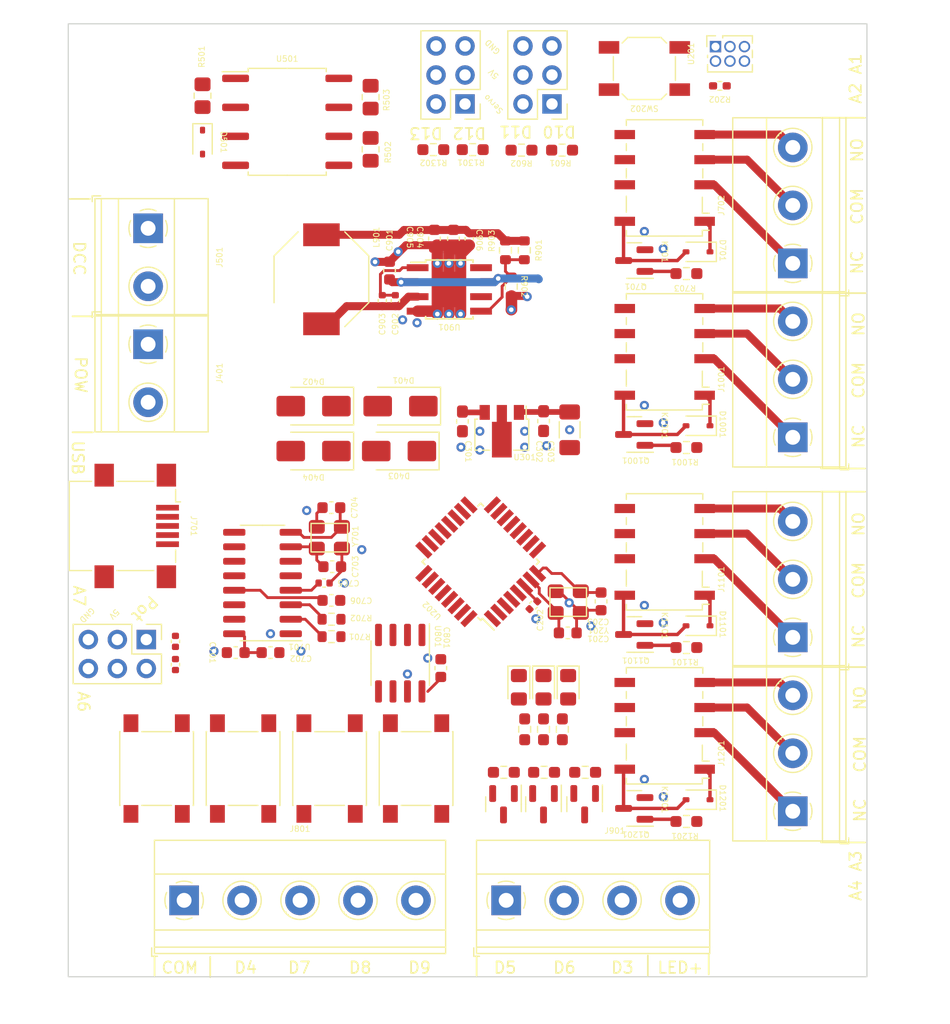
<source format=kicad_pcb>
(kicad_pcb (version 20221018) (generator pcbnew)
  (layers (0 "F.Cu" signal) (31 "B.Cu" signal) (34 "B.Paste" user) (35 "F.Paste" user) (36 "B.SilkS" user "B.Silkscreen") (37 "F.SilkS" user "F.Silkscreen") (38 "B.Mask" user) (39 "F.Mask" user) (44 "Edge.Cuts" user))
  (net 0 "")
  (net 1 "Net-(U901-BS)")
  (net 2 "Net-(U901-SW)")
  (net 3 "Net-(U901-FB)")
  (net 6 "GND")
  (net 8 "Net-(J701-D-)")
  (net 9 "Net-(J701-D+)")
  (net 11 "Net-(U701-XI)")
  (net 12 "Net-(U701-XO)")
  (net 13 "Net-(U701-V3)")
  (net 14 "Net-(U701-~{DTR})")
  (net 15 "Net-(U701-TXD)")
  (net 16 "Net-(U701-RXD)")
  (net 23 "/CPU/X1")
  (net 24 "+5V")
  (net 25 "/CPU/X2")
  (net 26 "VCC")
  (net 27 "/CPU/reset")
  (net 28 "Net-(D501-K)")
  (net 29 "Net-(U501-EN)")
  (net 30 "/CPU/A5")
  (net 31 "/CPU/A4")
  (net 33 "/reset")
  (net 34 "+5VA")
  (net 35 "/P2")
  (net 36 "/P1")
  (net 37 "Net-(D401-A)")
  (net 38 "Net-(D403-A)")
  (net 39 "Net-(D501-A)")
  (net 40 "Net-(D701-A)")
  (net 41 "Net-(D901-A)")
  (net 42 "Net-(D902-A)")
  (net 43 "Net-(D903-A)")
  (net 44 "Net-(D1001-A)")
  (net 45 "Net-(D1101-A)")
  (net 46 "Net-(D1201-A)")
  (net 47 "/S1")
  (net 48 "/S2")
  (net 49 "Net-(J702-Pin_1)")
  (net 50 "Net-(J702-Pin_2)")
  (net 51 "Net-(J702-Pin_3)")
  (net 52 "Net-(J1001-Pin_1)")
  (net 53 "Net-(J1001-Pin_2)")
  (net 54 "Net-(J1001-Pin_3)")
  (net 55 "Net-(J1101-Pin_1)")
  (net 56 "Net-(J1101-Pin_2)")
  (net 57 "Net-(J1101-Pin_3)")
  (net 58 "Net-(J1201-Pin_1)")
  (net 59 "Net-(J1201-Pin_2)")
  (net 60 "Net-(J1201-Pin_3)")
  (net 61 "/S3")
  (net 62 "/S4")
  (net 75 "Net-(Q701-B)")
  (net 76 "Net-(Q901-B)")
  (net 77 "Net-(Q902-B)")
  (net 78 "Net-(J901-Pin_2)")
  (net 79 "Net-(Q903-B)")
  (net 80 "Net-(J901-Pin_1)")
  (net 81 "Net-(Q1001-B)")
  (net 82 "Net-(Q1101-B)")
  (net 83 "Net-(Q1201-B)")
  (net 84 "/DCC")
  (net 85 "/Rx")
  (net 86 "/Tx")
  (net 87 "/R1")
  (net 88 "/L1")
  (net 89 "/L2")
  (net 90 "/L3")
  (net 91 "/R2")
  (net 92 "/R3")
  (net 93 "/R4")
  (net 94 "/SW1")
  (net 95 "/SW2")
  (net 96 "/SW3")
  (net 97 "/SW4")
  (net 98 "/eeprom/SDA")
  (net 99 "/eeprom/SCL")
  (net 100 "Net-(J501-Pin_1)")
  (net 101 "Net-(J901-Pin_3)")
  (footprint "custom_kicad_lib_sk:tactile_SMD_6mm" (layer "F.Cu") (at 174.244 143.256 -90)
    (fp_text reference "SW804" hide)
    (fp_text value "SW_Push")
  )
  (footprint "Resistor_SMD:R_0603_1608Metric" (layer "F.Cu") (at 204.818 97.846 90)
    (fp_text reference "R903")
    (fp_text value "150k")
  )
  (footprint "Package_TO_SOT_SMD:SOT-23" (layer "F.Cu") (at 216.106 146.751 180)
    (fp_text reference "Q1201")
    (fp_text value "NPN_TOR")
  )
  (footprint "Relay_SMD:Relay_DPDT_Omron_G6K-2F-Y" (layer "F.Cu") (at 218.773 106.746 180)
    (fp_text reference "K1001")
    (fp_text value "G6K-2F-Y-TR DC5")
  )
  (footprint "Diode_SMD:D_SMA" (layer "F.Cu") (at 188 115.437 180)
    (fp_text reference "D404")
    (fp_text value "SS53")
  )
  (footprint "Capacitor_SMD:C_0603_1608Metric" (layer "F.Cu") (at 181.177 133.096 180)
    (fp_text reference "C701")
    (fp_text value "10uF")
  )
  (footprint "MountingHole:MountingHole_3.2mm_M3" (layer "F.Cu") (at 170 158)
    (fp_text reference "REF**" hide)
    (fp_text value "MountingHole_3.2mm_M3")
  )
  (footprint "Resistor_SMD:R_0603_1608Metric" (layer "F.Cu") (at 206.469 97.846 -90)
    (fp_text reference "R901")
    (fp_text value "220k")
  )
  (footprint "Package_TO_SOT_SMD:SOT-23" (layer "F.Cu") (at 208.153 146.3825 -90)
    (fp_text reference "Q902" hide)
    (fp_text value "NPN_TOR")
  )
  (footprint "Capacitor_SMD:C_0603_1608Metric_Pad1.08x0.95mm_HandSolder" (layer "F.Cu") (at 201.047 112.8385 -90)
    (fp_text reference "C301")
    (fp_text value "330nF")
  )
  (footprint "Diode_SMD:D_SOD-323" (layer "F.Cu") (at 178.268 88.365 -90)
    (fp_text reference "D501")
    (fp_text value "1N4148WS")
  )
  (footprint "Connector_PinHeader_2.54mm:PinHeader_2x03_P2.54mm_Vertical" (layer "F.Cu") (at 208.895 85.025 180)
    (fp_text reference "J601" hide)
    (fp_text value "Conn_02x03_Odd_Even")
  )
  (footprint "Package_SO:TI_SO-PowerPAD-8" (layer "F.Cu") (at 199.8975 101.275)
    (fp_text reference "U901")
    (fp_text value "MT2499A")
  )
  (footprint "MountingHole:MountingHole_3.2mm_M3" (layer "F.Cu") (at 232 81.5)
    (fp_text reference "REF**" hide)
    (fp_text value "MountingHole_3.2mm_M3")
  )
  (footprint "Connector_USB:USB_Mini-B_Lumberg_2486_01_Horizontal" (layer "F.Cu") (at 172.5 122 -90)
    (fp_text reference "J701")
    (fp_text value "USB_B_Mini")
  )
  (footprint "custom_kicad_lib_sk:tactile_SMD_6mm" (layer "F.Cu") (at 196.984 143.256 -90)
    (fp_text reference "SW801" hide)
    (fp_text value "SW_Push")
  )
  (footprint "Resistor_SMD:R_0603_1608Metric" (layer "F.Cu") (at 205.326 101.021 -90)
    (fp_text reference "R902")
    (fp_text value "20k")
  )
  (footprint "custom_kicad_lib_sk:R_0603_smalltext" (layer "F.Cu") (at 206.2245 89.07)
    (fp_text reference "R602")
    (fp_text value "10k")
  )
  (footprint "TerminalBlock_Phoenix:TerminalBlock_Phoenix_MKDS-1,5-2-5.08_1x02_P5.08mm_Horizontal" (layer "F.Cu") (at 173.5 106.08 -90)
    (fp_text reference "J401")
    (fp_text value "Screw_Terminal_01x02")
  )
  (footprint "Capacitor_SMD:C_0402_1005Metric" (layer "F.Cu") (at 194.023 102.263 -90)
    (fp_text reference "C903")
    (fp_text value "22nF")
  )
  (footprint "TerminalBlock_Phoenix:TerminalBlock_Phoenix_MKDS-1,5-3-5.08_1x03_P5.08mm_Horizontal" (layer "F.Cu") (at 230 114.234 90)
    (fp_text reference "J1001")
    (fp_text value "Screw_Terminal_01x03")
  )
  (footprint "Relay_SMD:Relay_DPDT_Omron_G6K-2F-Y" (layer "F.Cu") (at 218.773 139.512 180)
    (fp_text reference "K1201")
    (fp_text value "G6K-2F-Y-TR DC5")
  )
  (footprint "Diode_SMD:D_SOD-323" (layer "F.Cu") (at 221.694 113.223 180)
    (fp_text reference "D1001")
    (fp_text value "1N4148WS")
  )
  (footprint "Diode_SMD:D_SOD-323" (layer "F.Cu") (at 221.694 97.983 180)
    (fp_text reference "D701")
    (fp_text value "1N4148WS")
  )
  (footprint "Package_SO:SOIC-16_3.9x9.9mm_P1.27mm" (layer "F.Cu") (at 183.525 127 180)
    (fp_text reference "U701")
    (fp_text value "CH340G")
  )
  (footprint "TerminalBlock_Phoenix:TerminalBlock_Phoenix_MKDS-1,5-3-5.08_1x03_P5.08mm_Horizontal" (layer "F.Cu") (at 230 131.76 90)
    (fp_text reference "J1101")
    (fp_text value "Screw_Terminal_01x03")
  )
  (footprint "Capacitor_SMD:C_0603_1608Metric_Pad1.08x0.95mm_HandSolder" (layer "F.Cu") (at 208.159 112.812 -90)
    (fp_text reference "C302")
    (fp_text value "100nF")
  )
  (footprint "Connector_PinHeader_2.54mm:PinHeader_2x03_P2.54mm_Vertical" (layer "F.Cu") (at 201.275 85.025 180)
    (fp_text reference "J1301" hide)
    (fp_text value "Conn_02x03_Odd_Even")
  )
  (footprint "custom_kicad_lib_sk:crystal_arduino" (layer "F.Cu") (at 189.432 122.809)
    (fp_text reference "Y701")
    (fp_text value "Crystal")
  )
  (footprint "custom_kicad_lib_sk:R_0603_smalltext" (layer "F.Cu") (at 208.153 139.818 -90)
    (fp_text reference "R908" hide)
    (fp_text value "3k3")
  )
  (footprint "Capacitor_SMD:C_0603_1608Metric" (layer "F.Cu") (at 200.261 96.83 -90)
    (fp_text reference "C904")
    (fp_text value "22uF")
  )
  (footprint "Package_TO_SOT_SMD:SOT-23" (layer "F.Cu") (at 211.758 146.38 -90)
    (fp_text reference "Q901" hide)
    (fp_text value "NPN_TOR")
  )
  (footprint "Capacitor_SMD:C_0603_1608Metric" (layer "F.Cu") (at 189.559 120.396 180)
    (fp_text reference "C704")
    (fp_text value "22pF")
  )
  (footprint "Package_QFP:TQFP-32_7x7mm_P0.8mm" (layer "F.Cu") (at 202.646268 125.139268 135)
    (fp_text reference "U202")
    (fp_text value "ATmega328-A")
  )
  (footprint "MountingHole:MountingHole_3.2mm_M3" (layer "F.Cu") (at 170 81.5)
    (fp_text reference "REF**" hide)
    (fp_text value "MountingHole_3.2mm_M3")
  )
  (footprint "Connector_PinSocket_1.27mm:PinSocket_2x03_P1.27mm_Vertical" (layer "F.Cu") (at 223.225 80 90)
    (fp_text reference "U201")
    (fp_text value "HEADER_3x2")
  )
  (footprint "TerminalBlock_Phoenix:TerminalBlock_Phoenix_MKDS-1,5-4-5.08_1x04_P5.08mm_Horizontal" (layer "F.Cu") (at 204.88 154.805)
    (fp_text reference "J901")
    (fp_text value "Screw_Terminal_01x04")
  )
  (footprint "custom_kicad_lib_sk:crystal_arduino" (layer "F.Cu") (at 210.369268 128.450268)
    (fp_text reference "Y201")
    (fp_text value "Crystal_GND2")
  )
  (footprint "Resistor_SMD:R_0402_1005Metric_Pad0.72x0.64mm_HandSolder" (layer "F.Cu") (at 223.611 83.439 180)
    (fp_text reference "R202")
    (fp_text value "10k")
  )
  (footprint "Resistor_SMD:R_0805_2012Metric_Pad1.20x1.40mm_HandSolder" (layer "F.Cu") (at 178.268 84.301 90)
    (fp_text reference "R501")
    (fp_text value "1k")
  )
  (footprint "Capacitor_SMD:C_0402_1005Metric" (layer "F.Cu") (at 201.643 96.832 -90)
    (fp_text reference "C906")
    (fp_text value "100nF")
  )
  (footprint "LED_SMD:LED_0805_2012Metric_Pad1.15x1.40mm_HandSolder" (layer "F.Cu") (at 208.153 136.135 -90)
    (fp_text reference "D902" hide)
    (fp_text value "LED")
  )
  (footprint "Package_TO_SOT_SMD:SOT-23" (layer "F.Cu") (at 204.646 146.3825 -90)
    (fp_text reference "Q903" hide)
    (fp_text value "NPN_TOR")
  )
  (footprint "custom_kicad_lib_sk:R_0603_smalltext" (layer "F.Cu") (at 220.678 147.893999 180)
    (fp_text reference "R1201")
    (fp_text value "1k")
  )
  (footprint "Capacitor_SMD:C_0402_1005Metric" (layer "F.Cu") (at 175.895 132.113 90)
    (fp_text reference "C1401" hide)
    (fp_text value "100nF")
  )
  (footprint "Capacitor_SMD:C_0402_1005Metric" (layer "F.Cu") (at 175.895 134.145 90)
    (fp_text reference "C1402" hide)
    (fp_text value "100nF")
  )
  (footprint "TerminalBlock_Phoenix:TerminalBlock_Phoenix_MKDS-1,5-3-5.08_1x03_P5.08mm_Horizontal" (layer "F.Cu") (at 230 147 90)
    (fp_text reference "J1201")
    (fp_text value "Screw_Terminal_01x03")
  )
  (footprint "Package_TO_SOT_SMD:SOT-23" (layer "F.Cu") (at 216.106 131.511 180)
    (fp_text reference "Q1101")
    (fp_text value "NPN_TOR")
  )
  (footprint "Resistor_SMD:R_0603_1608Metric" (layer "F.Cu") (at 189.572 131.699)
    (fp_text reference "R701")
    (fp_text value "1k")
  )
  (footprint "Capacitor_SMD:C_0603_1608Metric" (layer "F.Cu") (at 213.197268 128.609268 90)
    (fp_text reference "C203")
    (fp_text value "12pF")
  )
  (footprint "Capacitor_SMD:C_0603_1608Metric" (layer "F.Cu") (at 189.559 128.524)
    (fp_text reference "C706")
    (fp_text value "100nF")
  )
  (footprint "custom_kicad_lib_sk:R_0603_smalltext" (layer "F.Cu") (at 220.678 99.887999 180)
    (fp_text reference "R703")
    (fp_text value "1k")
  )
  (footprint "TerminalBlock_Phoenix:TerminalBlock_Phoenix_MKDS-1,5-5-5.08_1x05_P5.08mm_Horizontal" (layer "F.Cu") (at 176.654 154.805)
    (fp_text reference "J801")
    (fp_text value "Screw_Terminal_01x05")
  )
  (footprint "Capacitor_SMD:C_0603_1608Metric" (layer "F.Cu") (at 198.595 96.83 -90)
    (fp_text reference "C905")
    (fp_text value "22uF")
  )
  (footprint "Diode_SMD:D_SOD-323" (layer "F.Cu") (at 221.694 145.989 180)
    (fp_text reference "D1201")
    (fp_text value "1N4148WS")
  )
  (footprint "Package_TO_SOT_SMD:SOT-23" (layer "F.Cu") (at 216.106 113.985 180)
    (fp_text reference "Q1001")
    (fp_text value "NPN_TOR")
  )
  (footprint "custom_kicad_lib_sk:R_0603_smalltext" (layer "F.Cu") (at 220.678 132.654 180)
    (fp_text reference "R1101")
    (fp_text value "1k")
  )
  (footprint "MountingHole:MountingHole_3.2mm_M3" (layer "F.Cu") (at 232 158)
    (fp_text reference "REF**" hide)
    (fp_text value "MountingHole_3.2mm_M3")
  )
  (footprint "custom_kicad_lib_sk:R_0603_smalltext" (layer "F.Cu") (at 209.804 139.818 -90)
    (fp_text reference "R907" hide)
    (fp_text value "3k3")
  )
  (footprint "Capacitor_SMD:C_0603_1608Metric" (layer "F.Cu") (at 189.636 125.569)
    (fp_text reference "C703")
    (fp_text value "22pF")
  )
  (footprint "custom_kicad_lib_sk:R_0603_smalltext" (layer "F.Cu") (at 204.6765 143.586 180)
    (fp_text reference "R906" hide)
    (fp_text value "1k")
  )
  (footprint "Capacitor_SMD:C_0603_1608Metric" (layer "F.Cu") (at 184.225 133.096)
    (fp_text reference "C702")
    (fp_text value "100nF")
  )
  (footprint "custom_kicad_lib_sk:tactile_SMD_6mm" (layer "F.Cu") (at 181.824 143.256 -90)
    (fp_text reference "SW803" hide)
    (fp_text value "SW_Push")
  )
  (footprint "Diode_SMD:D_SMA" (layer "F.Cu") (at 188 111.5 180)
    (fp_text reference "D402")
    (fp_text value "SS53")
  )
  (footprint "custom_kicad_lib_sk:R_0603_smalltext" (layer "F.Cu") (at 211.802 143.586 180)
    (fp_text reference "R904" hide)
    (fp_text value "1k")
  )
  (footprint "custom_kicad_lib_sk:R_0603_smalltext" (layer "F.Cu") (at 201.945 89.027 180)
    (fp_text reference "R1301")
    (fp_text value "10k")
  )
  (footprint "Inductor_SMD:L_Bourns-SRU8028_8.0x8.0mm" (layer "F.Cu") (at 188.689 100.386 90)
    (fp_text reference "L901")
    (fp_text value "L")
  )
  (footprint "Relay_SMD:Relay_DPDT_Omron_G6K-2F-Y" (layer "F.Cu") (at 218.773 124.272 180)
    (fp_text reference "K1101")
    (fp_text value "G6K-2F-Y-TR DC5")
  )
  (footprint "LED_SMD:LED_0805_2012Metric_Pad1.15x1.40mm_HandSolder" (layer "F.Cu") (at 205.994 136.135 -90)
    (fp_text reference "D903" hide)
    (fp_text value "LED")
  )
  (footprint "Package_TO_SOT_SMD:SOT-89-3" (layer "F.Cu") (at 204.5 114 -90)
    (fp_text reference "U301")
    (fp_text value "L78L05_SOT89")
  )
  (footprint "Capacitor_SMD:C_0402_1005Metric" (layer "F.Cu") (at 195.166 102.263 -90)
    (fp_text reference "C902")
    (fp_text value "100nF")
  )
  (footprint "Capacitor_SMD:C_0603_1608Metric" (layer "F.Cu") (at 210.276268 131.371268 180)
    (fp_text reference "C201")
    (fp_text value "12pF")
  )
  (footprint "Capacitor_SMD:C_0402_1005Metric" (layer "F.Cu") (at 207.269857 128.948679 -135)
    (fp_text reference "C202")
    (fp_text value "100nF")
  )
  (footprint "TerminalBlock_Phoenix:TerminalBlock_Phoenix_MKDS-1,5-3-5.08_1x03_P5.08mm_Horizontal" (layer "F.Cu") (at 230 98.994 90)
    (fp_text reference "J702")
    (fp_text value "Screw_Terminal_01x03")
  )
  (footprint "Resistor_SMD:R_0805_2012Metric_Pad1.20x1.40mm_HandSolder" (layer "F.Cu") (at 193 89 90)
    (fp_text reference "R503")
    (fp_text value "10k")
  )
  (footprint "custom_kicad_lib_sk:R_0603_smalltext" (layer "F.Cu") (at 220.678 115.127999 180)
    (fp_text reference "R1001")
    (fp_text value "1k")
  )
  (footprint "LED_SMD:LED_0805_2012Metric_Pad1.15x1.40mm_HandSolder" (layer "F.Cu") (at 210.312 136.135 -90)
    (fp_text reference "D901" hide)
    (fp_text value "LED")
  )
  (footprint "Resistor_SMD:R_0603_1608Metric" (layer "F.Cu") (at 189.572 130.175 180)
    (fp_text reference "R702")
    (fp_text value "1k")
  )
  (footprint "Diode_SMD:D_SOD-323" (layer "F.Cu") (at 221.694 130.749 180)
    (fp_text reference "D1101")
    (fp_text value "1N4148WS")
  )
  (footprint "custom_kicad_lib_sk:R_0603_smalltext" (layer "F.Cu") (at 209.7805 89.07 180)
    (fp_text reference "R601")
    (fp_text value "10k")
  )
  (footprint "Capacitor_SMD:C_0603_1608Metric" (layer "F.Cu") (at 194.658 99.624 90)
    (fp_text reference "C901")
    (fp_text value "22uF")
  )
  (footprint "custom_kicad_lib_sk:default_switch" (layer "F.Cu") (at 216.993 81.916)
    (fp_text reference "SW202")
    (fp_text value "default_switch")
  )
  (footprint "TerminalBlock_Phoenix:TerminalBlock_Phoenix_MKDS-1,5-2-5.08_1x02_P5.08mm_Horizontal" (layer "F.Cu") (at 173.5 95.92 -90)
    (fp_text reference "J501")
    (fp_text value "Screw_Terminal_01x02")
  )
  (footprint "Package_TO_SOT_SMD:SOT-23" (layer "F.Cu") (at 216.106 98.745 180)
    (fp_text reference "Q701")
    (fp_text value "NPN_TOR")
  )
  (footprint "Diode_SMD:D_SMA" (layer "F.Cu") (at 195.62 111.5 180)
    (fp_text reference "D401")
    (fp_text value "SS53")
  )
  (footprint "Capacitor_SMD:C_0402_1005Metric" (layer "F.Cu") (at 188.924 127 180)
    (fp_text reference "C705")
    (fp_text value "100nF")
  )
  (footprint "custom_kicad_lib_sk:R_0603_smalltext" (layer "F.Cu") (at 198.4925 89.027)
    (fp_text reference "R1302")
    (fp_text value "10k")
  )
  (footprint "Capacitor_SMD:C_0603_1608Metric" (layer "F.Cu") (at 199.151 134.455 -90)
    (fp_text reference "C801")
    (fp_text value "100nF")
  )
  (footprint "Relay_SMD:Relay_DPDT_Omron_G6K-2F-Y" (layer "F.Cu") (at 218.773 91.506 180)
    (fp_text reference "K701")
    (fp_text value "G6K-2F-Y-TR DC5")
  )
  (footprint "custom_kicad_lib_sk:tactile_SMD_6mm" (layer "F.Cu") (at 189.404 143.256 -90)
    (fp_text reference "SW802" hide)
    (fp_text value "SW_Push")
  )
  (footprint "custom_kicad_lib_sk:R_0603_smalltext" (layer "F.Cu") (at 206.502 139.818 -90)
    (fp_text reference "R909" hide)
    (fp_text value "3k3")
  )
  (footprint "Capacitor_SMD:C_1206_3216Metric_Pad1.33x1.80mm_HandSolder" (layer "F.Cu") (at 210.445 113.574 -90)
    (fp_text reference "C303")
    (fp_text value "100uF")
  )
  (footprint "Connector_PinHeader_2.54mm:PinHeader_2x03_P2.54mm_Vertical" (layer "F.Cu") (at 173.34 131.953 -90)
    (fp_text reference "J1401" hide)
    (fp_text value "Conn_02x03_Odd_Even")
  )
  (footprint "Resistor_SMD:R_0805_2012Metric_Pad1.20x1.40mm_HandSolder" (layer "F.Cu") (at 193 84.428 -90)
    (fp_text reference "R502")
    (fp_text value "10k")
  )
  (footprint "Diode_SMD:D_SMA" (layer "F.Cu") (at 195.493 115.437 180)
    (fp_text reference "D403")
    (fp_text value "SS53")
  )
  (footprint "Package_SO:SOP-8_6.62x9.15mm_P2.54mm" (layer "F.Cu") (at 185.69 86.589)
    (fp_text reference "U501")
    (fp_text value "6N137")
  )
  (footprint "Package_SO:SOIC-8_3.9x4.9mm_P1.27mm" (layer "F.Cu") (at 195.595 134.025 -90)
    (fp_text reference "U801")
    (fp_text value "24LC256")
  )
  (footprint "custom_kicad_lib_sk:R_0603_smalltext" (layer "F.Cu") (at 208.202 143.586 180)
    (fp_text reference "R905" hide)
    (fp_text value "1k")
  )
  (gr_line (start 236.474 134.366) (end 232.6 134.36) (stroke (width 0.15)) (layer "F.SilkS"))
  (gr_line (start 236.347 149.733) (end 232.473 149.727) (stroke (width 0.15)) (layer "F.SilkS"))
  (gr_line (start 236.347 116.967) (end 232.473 116.961) (stroke (width 0.15)) (layer "F.SilkS"))
  (gr_line (start 222.631 161.29) (end 222.631 159.512) (stroke (width 0.15)) (layer "F.SilkS"))
  (gr_line (start 168.656 103.632) (end 166.878 103.632) (stroke (width 0.15)) (layer "F.SilkS"))
  (gr_line (start 168.402 93.345) (end 166.624 93.345) (stroke (width 0.15)) (layer "F.SilkS"))
  (gr_line (start 202.29 161.483) (end 202.29 159.705) (stroke (width 0.15)) (layer "F.SilkS"))
  (gr_line (start 236.347 86.233) (end 232.473 86.227) (stroke (width 0.15)) (layer "F.SilkS"))
  (gr_line (start 168.656 113.792) (end 166.878 113.792) (stroke (width 0.15)) (layer "F.SilkS"))
  (gr_line (start 236.474 101.6) (end 232.6 101.594) (stroke (width 0.15)) (layer "F.SilkS"))
  (gr_line (start 236.347 118.999) (end 232.473 118.993) (stroke (width 0.15)) (layer "F.SilkS"))
  (gr_line (start 217.297 161.417) (end 217.297 159.639) (stroke (width 0.15)) (layer "F.SilkS"))
  (gr_line (start 178.943 161.544) (end 178.943 159.766) (stroke (width 0.15)) (layer "F.SilkS"))
  (gr_line (start 174.064 161.483) (end 174.064 159.705) (stroke (width 0.15)) (layer "F.SilkS"))
  (gr_rect (start 166.5 78) (end 236.5 161.5) (stroke (width 0.1)) (fill none) (layer "Edge.Cuts"))
  (gr_text "DCC" (at 166.878 98.552 270) (layer "F.SilkS") (effects (font (size 1 1)) (justify bottom)))
  (gr_text "A7" (at 166.878 127.127 270) (layer "F.SilkS") (effects (font (size 1 1)) (justify left bottom)))
  (gr_text "Pot" (at 173.736 127.889 225) (layer "F.SilkS") (effects (font (size 1 1)) (justify left bottom)))
  (gr_text "D13" (at 199.39 86.995 180) (layer "F.SilkS") (effects (font (size 1 1)) (justify left bottom)))
  (gr_text "LED+" (at 218.059 161.29) (layer "F.SilkS") (effects (font (size 1 1)) (justify left bottom)))
  (gr_text "Servo\n" (at 204.724 85.598 135) (layer "F.SilkS") (effects (font (size 0.5 0.5) (thickness 0.075)) (justify left bottom)))
  (gr_text "A4 A3" (at 236.093 154.94 90) (layer "F.SilkS") (effects (font (size 1 1)) (justify left bottom)))
  (gr_text "D6" (at 208.915 161.29) (layer "F.SilkS") (effects (font (size 1 1)) (justify left bottom)))
  (gr_text "D9" (at 196.215 161.29) (layer "F.SilkS") (effects (font (size 1 1)) (justify left bottom)))
  (gr_text "A2 A1" (at 236.093 85.09 90) (layer "F.SilkS") (effects (font (size 1 1)) (justify left bottom)))
  (gr_text "D7" (at 185.674 161.29) (layer "F.SilkS") (effects (font (size 1 1)) (justify left bottom)))
  (gr_text "GND" (at 204.47 80.391 135) (layer "F.SilkS") (effects (font (size 0.5 0.5) (thickness 0.075)) (justify left bottom)))
  (gr_text "D11" (at 207.264 86.868 180) (layer "F.SilkS") (effects (font (size 1 1)) (justify left bottom)))
  (gr_text "D4" (at 180.975 161.29) (layer "F.SilkS") (effects (font (size 1 1)) (justify left bottom)))
  (gr_text "D10" (at 211.074 86.868 180) (layer "F.SilkS") (effects (font (size 1 1)) (justify left bottom)))
  (gr_text "POW" (at 167.005 107.061 270) (layer "F.SilkS") (effects (font (size 1 1)) (justify left bottom)))
  (gr_text "5V" (at 204.343 82.55 135) (layer "F.SilkS") (effects (font (size 0.5 0.5) (thickness 0.075)) (justify left bottom)))
  (gr_text "GND" (at 168.514 129.032 -135) (layer "F.SilkS") (effects (font (size 0.5 0.5) (thickness 0.075)) (justify left bottom)))
  (gr_text "5V" (at 170.673 129.159 -135) (layer "F.SilkS") (effects (font (size 0.5 0.5) (thickness 0.075)) (justify left bottom)))
  (gr_text "NC   COM   NO" (at 236.347 126.746 90) (layer "F.SilkS") (effects (font (size 1 1)) (justify bottom)))
  (gr_text "NC   COM   NO" (at 236.347 109.22 90) (layer "F.SilkS") (effects (font (size 1 1)) (justify bottom)))
  (gr_text "A6" (at 167.259 136.398 270) (layer "F.SilkS") (effects (font (size 1 1)) (justify left bottom)))
  (gr_text "NC   COM   NO" (at 236.474 141.986 90) (layer "F.SilkS") (effects (font (size 1 1)) (justify bottom)))
  (gr_text "COM" (at 176.276 161.29) (layer "F.SilkS") (effects (font (size 1 1)) (justify bottom)))
  (gr_text "D3" (at 213.995 161.29) (layer "F.SilkS") (effects (font (size 1 1)) (justify left bottom)))
  (gr_text "D8" (at 191.008 161.29) (layer "F.SilkS") (effects (font (size 1 1)) (justify left bottom)))
  (gr_text "D12\n" (at 203.2 86.995 180) (layer "F.SilkS") (effects (font (size 1 1)) (justify left bottom)))
  (gr_text "D5" (at 203.708 161.29) (layer "F.SilkS") (effects (font (size 1 1)) (justify left bottom)))
  (gr_text "USB" (at 166.751 114.427 270) (layer "F.SilkS") (effects (font (size 1 1)) (justify left bottom)))
  (gr_text "NC   COM   NO" (at 236.22 93.98 90) (layer "F.SilkS") (effects (font (size 1 1)) (justify bottom)))
  (via (at 190.702 127) (size 0.8) (drill 0.4) (layers "F.Cu" "B.Cu") (net 0))
  (via (at 192.226 124.079) (size 0.8) (drill 0.4) (layers "F.Cu" "B.Cu") (net 0))
  (via (at 187.4 120.65) (size 0.8) (drill 0.4) (layers "F.Cu" "B.Cu") (net 0))
  (via (at 179.272 132.969) (size 0.8) (drill 0.4) (layers "F.Cu" "B.Cu") (net 0))
  (via (at 184.225 131.445) (size 0.8) (drill 0.4) (layers "F.Cu" "B.Cu") (net 0))
  (segment (start 194.023 101.783) (end 195.166 101.783) (width 0.25) (layer "F.Cu") (net 1))
  (segment (start 193.858 99.946183) (end 194.180183 99.624) (width 0.25) (layer "F.Cu") (net 1))
  (segment (start 195.801 99.37) (end 195.547 99.624) (width 0.25) (layer "F.Cu") (net 1))
  (segment (start 197.1175 99.37) (end 195.801 99.37) (width 0.25) (layer "F.Cu") (net 1))
  (segment (start 194.180183 99.624) (end 195.547 99.624) (width 0.25) (layer "F.Cu") (net 1))
  (segment (start 193.858 101.618) (end 193.858 99.946183) (width 0.25) (layer "F.Cu") (net 1))
  (segment (start 194.023 101.783) (end 193.858 101.618) (width 0.25) (layer "F.Cu") (net 1))
  (segment (start 195.491807 102.743) (end 195.166 102.743) (width 0.7) (layer "F.Cu") (net 2))
  (segment (start 190.904 102.743) (end 189.361 104.286) (width 0.7) (layer "F.Cu") (net 2))
  (segment (start 196.324807 101.91) (end 195.491807 102.743) (width 0.7) (layer "F.Cu") (net 2))
  (segment (start 197.1175 101.91) (end 196.324807 101.91) (width 0.7) (layer "F.Cu") (net 2))
  (segment (start 189.361 104.286) (end 188.689 104.286) (width 0.7) (layer "F.Cu") (net 2))
  (segment (start 194.023 102.743) (end 190.904 102.743) (width 0.7) (layer "F.Cu") (net 2))
  (segment (start 195.166 102.743) (end 194.023 102.743) (width 0.7) (layer "F.Cu") (net 2))
  (segment (start 205.326 100.196) (end 204.526 100.996) (width 0.25) (layer "F.Cu") (net 3))
  (segment (start 204.818 98.671) (end 206.469 98.671) (width 0.25) (layer "F.Cu") (net 3))
  (segment (start 204.526 100.996) (end 204.526 101.948) (width 0.25) (layer "F.Cu") (net 3))
  (segment (start 204.818 98.671) (end 204.818 99.688) (width 0.25) (layer "F.Cu") (net 3))
  (segment (start 204.526 101.948) (end 203.294 103.18) (width 0.25) (layer "F.Cu") (net 3))
  (segment (start 204.818 99.688) (end 205.326 100.196) (width 0.25) (layer "F.Cu") (net 3))
  (segment (start 203.294 103.18) (end 202.6775 103.18) (width 0.25) (layer "F.Cu") (net 3))
  (segment (start 200.881 103.434) (end 200.881 98.989) (width 1) (layer "F.Cu") (net 6))
  (segment (start 209.519268 127.720268) (end 210.403268 128.604268) (width 0.25) (layer "F.Cu") (net 6))
  (segment (start 198.595 103.18) (end 198.849 103.434) (width 1) (layer "F.Cu") (net 6))
  (segment (start 198.849 103.434) (end 198.849 98.989) (width 1) (layer "F.Cu") (net 6))
  (segment (start 188.282 120.898) (end 188.784 120.396) (width 0.25) (layer "F.Cu") (net 6))
  (segment (start 205.326 101.846) (end 206.659 101.846) (width 0.7) (layer "F.Cu") (net 6))
  (segment (start 198.849 97.859) (end 198.595 97.605) (width 1) (layer "F.Cu") (net 6))
  (segment (start 213.197268 129.384268) (end 211.655268 129.384268) (width 0.25) (layer "F.Cu") (net 6))
  (segment (start 196.105 97.402) (end 199.484 97.402) (width 0.7) (layer "F.Cu") (net 6))
  (segment (start 198.595 97.605) (end 198.798 97.402) (width 1) (layer "F.Cu") (net 6))
  (segment (start 211.655268 129.384268) (end 211.419268 129.620268) (width 0.25) (layer "F.Cu") (net 6))
  (segment (start 201.643 97.402) (end 200.881 98.164) (width 1) (layer "F.Cu") (net 6))
  (segment (start 209.219268 127.720268) (end 209.519268 127.720268) (width 0.25) (layer "F.Cu") (net 6))
  (segment (start 205.351 103.028) (end 205.351 101.846) (width 1) (layer "F.Cu") (net 6))
  (segment (start 199.865 98.989) (end 199.865 103.434) (width 1) (layer "F.Cu") (net 6))
  (segment (start 211.051268 129.988268) (end 211.419268 129.620268) (width 0.25) (layer "F.Cu") (net 6))
  (segment (start 193.388 98.862) (end 194.645 98.862) (width 0.7) (layer "F.Cu") (net 6))
  (segment (start 199.865 98.989) (end 199.865 98.001) (width 1) (layer "F.Cu") (net 6))
  (segment (start 210.403268 128.604268) (end 210.403268 128.736268) (width 0.25) (layer "F.Cu") (net 6))
  (segment (start 194.658 98.849) (end 196.105 97.402) (width 0.7) (layer "F.Cu") (net 6))
  (segment (start 199.865 98.001) (end 200.261 97.605) (width 1) (layer "F.Cu") (net 6))
  (segment (start 210.535268 128.736268) (end 211.419268 129.620268) (width 0.25) (layer "F.Cu") (net 6))
  (segment (start 200.881 98.164) (end 200.881 98.989) (width 1) (layer "F.Cu") (net 6))
  (segment (start 197.1175 103.18) (end 198.595 103.18) (width 1) (layer "F.Cu") (net 6))
  (segment (start 190.482 125.922) (end 189.404 127) (width 0.25) (layer "F.Cu") (net 6))
  (segment (start 198.849 98.989) (end 198.849 97.859) (width 1) (layer "F.Cu") (net 6))
  (segment (start 198.798 97.402) (end 199.484 97.402) (width 1) (layer "F.Cu") (net 6))
  (segment (start 206.659 101.846) (end 206.723 101.91) (width 0.7) (layer "F.Cu") (net 6))
  (segment (start 210.403268 128.736268) (end 210.535268 128.736268) (width 0.25) (layer "F.Cu") (net 6))
  (segment (start 194.645 98.862) (end 194.658 98.849) (width 0.7) (layer "F.Cu") (net 6))
  (segment (start 205.326 103.053) (end 205.351 103.028) (width 1) (layer "F.Cu") (net 6))
  (segment (start 199.484 97.402) (end 201.643 97.402) (width 1) (layer "F.Cu") (net 6))
  (segment (start 211.051268 131.371268) (end 211.051268 129.988268) (width 0.25) (layer "F.Cu") (net 6))
  (segment (start 190.482 123.979) (end 190.482 125.922) (width 0.25) (layer "F.Cu") (net 6))
  (segment (start 188.282 122.079) (end 188.282 120.898) (width 0.25) (layer "F.Cu") (net 6))
  (via (at 199.865 98.989) (size 0.8) (drill 0.4) (layers "F.Cu" "B.Cu") (net 6))
  (via (at 218.646 112.959) (size 0.8) (drill 0.4) (layers "F.Cu" "B.Cu") (net 6))
  (via (at 202.571 113.701) (size 0.8) (drill 0.4) (layers "F.Cu" "B.Cu") (net 6))
  (via (at 216.995 128.961) (size 0.8) (drill 0.4) (layers "F.Cu" "B.Cu") (net 6))
  (via (at 200.881 103.434) (size 0.8) (drill 0.4) (layers "F.Cu" "B.Cu") (net 6))
  (via (at 210.445 113.574) (size 0.8) (drill 0.4) (layers "F.Cu" "B.Cu") (net 6))
  (via (at 197.071 104.196) (size 0.8) (drill 0.4) (layers "F.Cu" "B.Cu") (net 6))
  (via (at 198.849 98.989) (size 0.8) (drill 0.4) (layers "F.Cu" "B.Cu") (net 6))
  (via (at 200.881 98.989) (size 0.8) (drill 0.4) (layers "F.Cu" "B.Cu") (net 6))
  (via (at 218.646 145.725) (size 0.8) (drill 0.4) (layers "F.Cu" "B.Cu") (net 6))
  (via (at 216.995 111.435) (size 0.8) (drill 0.4) (layers "F.Cu" "B.Cu") (net 6))
  (via (at 216.995 144.201) (size 0.8) (drill 0.4) (layers "F.Cu" "B.Cu") (net 6))
  (via (at 205.326 103.053) (size 0.8) (drill 0.4) (layers "F.Cu" "B.Cu") (net 6))
  (via (at 218.646 97.719) (size 0.8) (drill 0.4) (layers "F.Cu" "B.Cu") (net 6))
  (via (at 193.388 98.862) (size 0.8) (drill 0.4) (layers "F.Cu" "B.Cu") (net 6))
  (via (at 206.723 101.91) (size 0.8) (drill 0.4) (layers "F.Cu" "B.Cu") (net 6))
  (via (at 206.508 115.098) (size 0.8) (drill 0.4) (layers "F.Cu" "B.Cu") (net 6))
  (via (at 198.008 133.579) (size 0.8) (drill 0.4) (layers "F.Cu" "B.Cu") (net 6))
  (via (at 200.92 115.098) (size 0.8) (drill 0.4) (layers "F.Cu" "B.Cu") (net 6))
  (via (at 208.413 114.971) (size 0.8) (drill 0.4) (layers "F.Cu" "B.Cu") (net 6))
  (via (at 202.571 115.352) (size 0.8) (drill 0.4) (layers "F.Cu" "B.Cu") (net 6))
  (via (at 196.23 134.976) (size 0.8) (drill 0.4) (layers "F.Cu" "B.Cu") (net 6))
  (via (at 212.308268 130.768268) (size 0.8) (drill 0.4) (layers "F.Cu" "B.Cu") (net 6))
  (via (at 216.995 96.195) (size 0.8) (drill 0.4) (layers "F.Cu" "B.Cu") (net 6))
  (via (at 218.646 130.485) (size 0.8) (drill 0.4) (layers "F.Cu" "B.Cu") (net 6))
  (via (at 195.42 97.973) (size 0.8) (drill 0.4) (layers "F.Cu" "B.Cu") (net 6))
  (via (at 195.801 103.942) (size 0.8) (drill 0.4) (layers "F.Cu" "B.Cu") (net 6))
  (via (at 186.892 132.969) (size 0.8) (drill 0.4) (layers "F.Cu" "B.Cu") (net 6))
  (via (at 207.482268 130.133268) (size 0.8) (drill 0.4) (layers "F.Cu" "B.Cu") (net 6))
  (via (at 198.849 103.434) (size 0.8) (drill 0.4) (layers "F.Cu" "B.Cu") (net 6))
  (via (at 199.865 103.434) (size 0.8) (drill 0.4) (layers "F.Cu" "B.Cu") (net 6))
  (via (at 206.508 113.701) (size 0.8) (drill 0.4) (layers "F.Cu" "B.Cu") (net 6))
  (via (at 210.403268 128.736268) (size 0.8) (drill 0.4) (layers "F.Cu" "B.Cu") (net 6))
  (segment (start 188.282 124.99) (end 188.861 125.569) (width 0.25) (layer "F.Cu") (net 11))
  (segment (start 185.619 123.825) (end 188.128 123.825) (width 0.25) (layer "F.Cu") (net 11))
  (segment (start 188.128 123.825) (end 188.282 123.979) (width 0.25) (layer "F.Cu") (net 11))
  (segment (start 188.282 123.979) (end 188.282 124.99) (width 0.25) (layer "F.Cu") (net 11))
  (segment (start 190.334 121.931) (end 190.482 122.079) (width 0.25) (layer "F.Cu") (net 12))
  (segment (start 189.557 123.004) (end 187.149 123.004) (width 0.25) (layer "F.Cu") (net 12))
  (segment (start 190.334 120.396) (end 190.334 121.931) (width 0.25) (layer "F.Cu") (net 12))
  (segment (start 186.7 122.555) (end 187.149 123.004) (width 0.25) (layer "F.Cu") (net 12))
  (segment (start 186 122.555) (end 186.7 122.555) (width 0.25) (layer "F.Cu") (net 12))
  (segment (start 189.557 123.004) (end 190.482 122.079) (width 0.25) (layer "F.Cu") (net 12))
  (segment (start 186 127.635) (end 187.809 127.635) (width 0.25) (layer "F.Cu") (net 13))
  (segment (start 187.809 127.635) (end 188.444 127) (width 0.25) (layer "F.Cu") (net 13))
  (segment (start 183.326 127.635) (end 183.971 128.28) (width 0.25) (layer "F.Cu") (net 14))
  (segment (start 181.05 127.635) (end 183.326 127.635) (width 0.25) (layer "F.Cu") (net 14))
  (segment (start 188.54 128.28) (end 183.971 128.28) (width 0.25) (layer "F.Cu") (net 14))
  (segment (start 188.784 128.524) (end 188.54 128.28) (width 0.25) (layer "F.Cu") (net 14))
  (segment (start 188.747 131.699) (end 188.747 131.649) (width 0.25) (layer "F.Cu") (net 15))
  (segment (start 187.273 130.175) (end 186 130.175) (width 0.25) (layer "F.Cu") (net 15))
  (segment (start 188.747 131.649) (end 187.273 130.175) (width 0.25) (layer "F.Cu") (net 15))
  (segment (start 188.747 129.998) (end 187.654 128.905) (width 0.25) (layer "F.Cu") (net 16))
  (segment (start 187.654 128.905) (end 186 128.905) (width 0.25) (layer "F.Cu") (net 16))
  (segment (start 188.747 130.175) (end 188.747 129.998) (width 0.25) (layer "F.Cu") (net 16))
  (segment (start 209.501268 129.902268) (end 209.219268 129.620268) (width 0.25) (layer "F.Cu") (net 23))
  (segment (start 207.065685 126.730258) (end 207.780665 127.445238) (width 0.25) (layer "F.Cu") (net 23))
  (segment (start 207.780665 127.445238) (end 207.780665 127.925065) (width 0.25) (layer "F.Cu") (net 23))
  (segment (start 209.501268 131.371268) (end 209.501268 129.902268) (width 0.25) (layer "F.Cu") (net 23))
  (segment (start 209.219268 129.363668) (end 209.219268 129.620268) (width 0.25) (layer "F.Cu") (net 23))
  (segment (start 207.780665 127.925065) (end 209.219268 129.363668) (width 0.25) (layer "F.Cu") (net 23))
  (segment (start 206.0385 112.0115) (end 206 112.05) (width 0.5) (layer "F.Cu") (net 24))
  (segment (start 183.45 133.096) (end 181.952 133.096) (width 0.25) (layer "F.Cu") (net 24))
  (segment (start 206.5 127.295944) (end 206.5 127.5) (width 0.25) (layer "F.Cu") (net 24))
  (segment (start 199.151 135.357) (end 198.008 136.5) (width 0.25) (layer "F.Cu") (net 24))
  (segment (start 181.05 131.445) (end 181.685 131.445) (width 0.25) (layer "F.Cu") (net 24))
  (segment (start 181.952 131.712) (end 181.952 133.096) (width 0.25) (layer "F.Cu") (net 24))
  (segment (start 206.5 127.5) (end 207.609268 128.609268) (width 0.25) (layer "F.Cu") (net 24))
  (segment (start 181.685 131.445) (end 181.952 131.712) (width 0.25) (layer "F.Cu") (net 24))
  (segment (start 210.445 112.0115) (end 206.0385 112.0115) (width 0.5) (layer "F.Cu") (net 24))
  (segment (start 209.736573 126.164573) (end 211.292268 127.720268) (width 0.25) (layer "F.Cu") (net 25))
  (segment (start 213.197268 127.834268) (end 211.533268 127.834268) (width 0.25) (layer "F.Cu") (net 25))
  (segment (start 207.631371 126.164573) (end 208.107676 125.688268) (width 0.25) (layer "F.Cu") (net 25))
  (segment (start 208.107676 125.688268) (end 208.402963 125.688268) (width 0.25) (layer "F.Cu") (net 25))
  (segment (start 208.402963 125.688268) (end 208.879268 126.164573) (width 0.25) (layer "F.Cu") (net 25))
  (segment (start 208.879268 126.164573) (end 209.736573 126.164573) (width 0.25) (layer "F.Cu") (net 25))
  (segment (start 211.533268 127.834268) (end 211.419268 127.720268) (width 0.25) (layer "F.Cu") (net 25))
  (segment (start 203.8574 100.64) (end 202.6775 100.64) (width 0.7) (layer "F.Cu") (net 26))
  (segment (start 204.18145 100.31595) (end 203.8574 100.64) (width 0.7) (layer "F.Cu") (net 26))
  (segment (start 201.121 112.05) (end 201.047 111.976) (width 0.5) (layer "F.Cu") (net 26))
  (segment (start 194.899 100.64) (end 194.658 100.399) (width 0.7) (layer "F.Cu") (net 26))
  (segment (start 195.674 100.64) (end 194.899 100.64) (width 0.7) (layer "F.Cu") (net 26))
  (segment (start 197.1175 100.64) (end 195.674 100.64) (width 0.7) (layer "F.Cu") (net 26))
  (segment (start 203 112.05) (end 201.121 112.05) (width 0.5) (layer "F.Cu") (net 26))
  (via (at 204.18145 100.31595) (size 0.8) (drill 0.4) (layers "F.Cu" "B.Cu") (net 26))
  (via (at 195.674 100.64) (size 0.8) (drill 0.4) (layers "F.Cu" "B.Cu") (net 26))
  (segment (start 203.8574 100.64) (end 204.18145 100.31595) (width 0.7) (layer "B.Cu") (net 26))
  (segment (start 207.66895 100.31595) (end 207.739 100.386) (width 0.7) (layer "B.Cu") (net 26))
  (segment (start 204.18145 100.31595) (end 207.66895 100.31595) (width 0.7) (layer "B.Cu") (net 26))
  (segment (start 195.674 100.64) (end 203.8574 100.64) (width 0.7) (layer "B.Cu") (net 26))
  (segment (start 222.744 111.017) (end 222.273 110.546) (width 0.3) (layer "F.Cu") (net 34))
  (segment (start 222.744 97.983) (end 222.744 95.777) (width 0.3) (layer "F.Cu") (net 34))
  (segment (start 222.744 128.543) (end 222.273 128.072) (width 0.3) (layer "F.Cu") (net 34))
  (segment (start 195.51 96.486) (end 195.928 96.068) (width 0.7) (layer "F.Cu") (net 34))
  (segment (start 195.928 96.068) (end 200.248 96.068) (width 0.7) (layer "F.Cu") (net 34))
  (segment (start 200.261 96.055) (end 201.346 96.055) (width 0.7) (layer "F.Cu") (net 34))
  (segment (start 222.744 95.777) (end 222.273 95.306) (width 0.3) (layer "F.Cu") (net 34))
  (segment (start 204.149 96.352) (end 204.818 97.021) (width 0.7) (layer "F.Cu") (net 34))
  (segment (start 222.744 113.223) (end 222.744 111.017) (width 0.3) (layer "F.Cu") (net 34))
  (segment (start 201.346 96.055) (end 201.643 96.352) (width 0.7) (layer "F.Cu") (net 34))
  (segment (start 200.248 96.068) (end 200.261 96.055) (width 0.7) (layer "F.Cu") (net 34))
  (segment (start 222.744 130.749) (end 222.744 128.543) (width 0.3) (layer "F.Cu") (net 34))
  (segment (start 188.689 96.486) (end 195.51 96.486) (width 0.7) (layer "F.Cu") (net 34))
  (segment (start 222.744 143.783) (end 222.273 143.312) (width 0.3) (layer "F.Cu") (net 34))
  (segment (start 201.643 96.352) (end 204.149 96.352) (width 0.7) (layer "F.Cu") (net 34))
  (segment (start 204.818 97.021) (end 206.469 97.021) (width 0.7) (layer "F.Cu") (net 34))
  (segment (start 222.744 145.989) (end 222.744 143.783) (width 0.3) (layer "F.Cu") (net 34))
  (segment (start 215.1685 95.4105) (end 215.273 95.306) (width 0.3) (layer "F.Cu") (net 40))
  (segment (start 220.644 97.983) (end 219.882 98.745) (width 0.3) (layer "F.Cu") (net 40))
  (segment (start 215.1685 98.745) (end 215.1685 95.4105) (width 0.3) (layer "F.Cu") (net 40))
  (segment (start 219.882 98.745) (end 215.1685 98.745) (width 0.3) (layer "F.Cu") (net 40))
  (segment (start 220.644 113.223) (end 219.882 113.985) (width 0.3) (layer "F.Cu") (net 44))
  (segment (start 215.1685 110.6505) (end 215.273 110.546) (width 0.3) (layer "F.Cu") (net 44))
  (segment (start 219.882 113.985) (end 215.1685 113.985) (width 0.3) (layer "F.Cu") (net 44))
  (segment (start 215.1685 113.985) (end 215.1685 110.6505) (width 0.3) (layer "F.Cu") (net 44))
  (segment (start 220.644 130.749) (end 219.882 131.511) (width 0.3) (layer "F.Cu") (net 45))
  (segment (start 215.1685 128.1765) (end 215.273 128.072) (width 0.3) (layer "F.Cu") (net 45))
  (segment (start 219.882 131.511) (end 215.1685 131.511) (width 0.3) (layer "F.Cu") (net 45))
  (segment (start 215.1685 131.511) (end 215.1685 128.1765) (width 0.3) (layer "F.Cu") (net 45))
  (segment (start 220.644 145.989) (end 219.882 146.751) (width 0.3) (layer "F.Cu") (net 46))
  (segment (start 219.882 146.751) (end 215.1685 146.751) (width 0.3) (layer "F.Cu") (net 46))
  (segment (start 215.1685 146.751) (end 215.1685 143.4165) (width 0.3) (layer "F.Cu") (net 46))
  (segment (start 215.1685 143.4165) (end 215.273 143.312) (width 0.3) (layer "F.Cu") (net 46))
  (segment (start 222.273 92.106) (end 223.112 92.106) (width 0.7) (layer "F.Cu") (net 49))
  (segment (start 223.112 92.106) (end 230 98.994) (width 0.7) (layer "F.Cu") (net 49))
  (segment (start 225.992 89.906) (end 230 93.914) (width 0.7) (layer "F.Cu") (net 50))
  (segment (start 222.273 89.906) (end 225.992 89.906) (width 0.7) (layer "F.Cu") (net 50))
  (segment (start 222.273 87.706) (end 228.872 87.706) (width 0.7) (layer "F.Cu") (net 51))
  (segment (start 228.872 87.706) (end 230 88.834) (width 0.7) (layer "F.Cu") (net 51))
  (segment (start 222.273 107.346) (end 223.112 107.346) (width 0.7) (layer "F.Cu") (net 52))
  (segment (start 223.112 107.346) (end 230 114.234) (width 0.7) (layer "F.Cu") (net 52))
  (segment (start 225.992 105.146) (end 230 109.154) (width 0.7) (layer "F.Cu") (net 53))
  (segment (start 222.273 105.146) (end 225.992 105.146) (width 0.7) (layer "F.Cu") (net 53))
  (segment (start 228.872 102.946) (end 230 104.074) (width 0.7) (layer "F.Cu") (net 54))
  (segment (start 222.273 102.946) (end 228.872 102.946) (width 0.7) (layer "F.Cu") (net 54))
  (segment (start 222.273 124.872) (end 223.112 124.872) (width 0.7) (layer "F.Cu") (net 55))
  (segment (start 223.112 124.872) (end 230 131.76) (width 0.7) (layer "F.Cu") (net 55))
  (segment (start 225.992 122.672) (end 230 126.68) (width 0.7) (layer "F.Cu") (net 56))
  (segment (start 222.273 122.672) (end 225.992 122.672) (width 0.7) (layer "F.Cu") (net 56))
  (segment (start 222.273 120.472) (end 228.872 120.472) (width 0.7) (layer "F.Cu") (net 57))
  (segment (start 228.872 120.472) (end 230 121.6) (width 0.7) (layer "F.Cu") (net 57))
  (segment (start 222.273 140.112) (end 223.112 140.112) (width 0.7) (layer "F.Cu") (net 58))
  (segment (start 223.112 140.112) (end 230 147) (width 0.7) (layer "F.Cu") (net 58))
  (segment (start 225.992 137.912) (end 230 141.92) (width 0.7) (layer "F.Cu") (net 59))
  (segment (start 222.273 137.912) (end 225.992 137.912) (width 0.7) (layer "F.Cu") (net 59))
  (segment (start 222.273 135.712) (end 228.872 135.712) (width 0.7) (layer "F.Cu") (net 60))
  (segment (start 228.872 135.712) (end 230 136.84) (width 0.7) (layer "F.Cu") (net 60))
  (segment (start 219.5725 99.695) (end 219.7655 99.888) (width 0.3) (layer "F.Cu") (net 75))
  (segment (start 217.0435 99.695) (end 219.5725 99.695) (width 0.3) (layer "F.Cu") (net 75))
  (segment (start 219.5725 114.935) (end 219.7655 115.128) (width 0.3) (layer "F.Cu") (net 81))
  (segment (start 217.0435 114.935) (end 219.5725 114.935) (width 0.3) (layer "F.Cu") (net 81))
  (segment (start 219.5725 132.461) (end 219.7655 132.654) (width 0.3) (layer "F.Cu") (net 82))
  (segment (start 217.0435 132.461) (end 219.5725 132.461) (width 0.3) (layer "F.Cu") (net 82))
  (segment (start 217.0435 147.701) (end 219.5725 147.701) (width 0.3) (layer "F.Cu") (net 83))
  (segment (start 219.5725 147.701) (end 219.7655 147.894) (width 0.3) (layer "F.Cu") (net 83))
)
</source>
